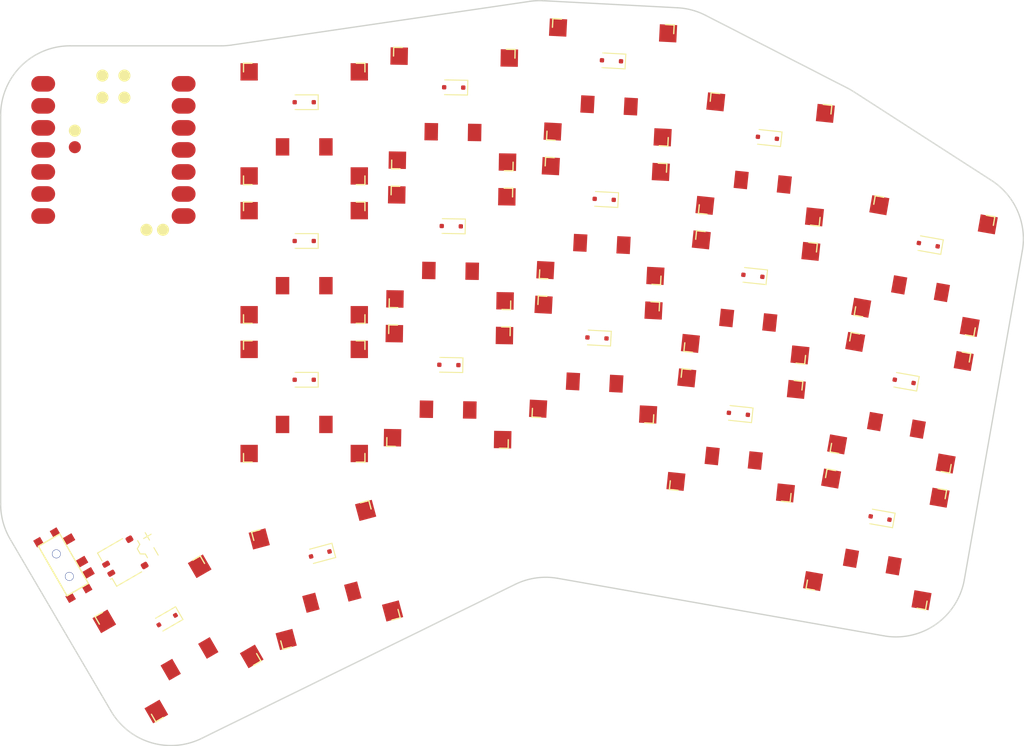
<source format=kicad_pcb>
(kicad_pcb (version 20171130) (host pcbnew 5.1.6)
  (title_block (title "splave-ferris_pg1316s_right_unrouted") (rev "v1.0.0") (company "Unknown"))
  (layers (0 F.Cu signal) (31 B.Cu signal) (34 B.Paste user) (35 F.Paste user) (36 B.SilkS user) (37 F.SilkS user) (38 B.Mask user) (39 F.Mask user) (44 Edge.Cuts user))
  (net 0 "")
  (net 1 "D3")
  (net 2 "mirror_pinky_bottom")
  (net 3 "mirror_pinky_home")
  (net 4 "mirror_pinky_top")
  (net 5 "D5")
  (net 6 "mirror_ring_bottom")
  (net 7 "mirror_ring_home")
  (net 8 "mirror_ring_top")
  (net 9 "D9")
  (net 10 "mirror_middle_bottom")
  (net 11 "mirror_middle_home")
  (net 12 "mirror_middle_top")
  (net 13 "D2")
  (net 14 "mirror_index_bottom")
  (net 15 "mirror_index_home")
  (net 16 "mirror_index_top")
  (net 17 "D1")
  (net 18 "mirror_inner_bottom")
  (net 19 "mirror_inner_home")
  (net 20 "mirror_inner_top")
  (net 21 "mirror_near_fan")
  (net 22 "mirror_far_fan")
  (net 23 "D4")
  (net 24 "D8")
  (net 25 "D10")
  (net 26 "D0")
  (net 27 "D6")
  (net 28 "D7")
  (net 29 "RAW3V3")
  (net 30 "RAW5V")
  (net 31 "CLK")
  (net 32 "DIO")
  (net 33 "GND")
  (net 34 "RST")
  (net 35 "BAT")
  (net 36 "NFC1")
  (net 37 "NFC2")
  (net 38 "BAT_P")
  (module PG1316S (layer F.Cu) (at 315.5892585 143.6773863 -10)
    (fp_text reference "S1" hide)
    (fp_text value "" hide)
    (fp_line (start -7 -6) (end -7 -7) (layer F.SilkS) (width 0.15))
    (fp_line (start -7 7) (end -6 7) (layer F.SilkS) (width 0.15))
    (fp_line (start -6 -7) (end -7 -7) (layer F.SilkS) (width 0.15))
    (fp_line (start -7 7) (end -7 6) (layer F.SilkS) (width 0.15))
    (fp_line (start 7 6) (end 7 7) (layer F.SilkS) (width 0.15))
    (fp_line (start 7 -7) (end 6 -7) (layer F.SilkS) (width 0.15))
    (fp_line (start 6 7) (end 7 7) (layer F.SilkS) (width 0.15))
    (fp_line (start 7 -7) (end 7 -6) (layer F.SilkS) (width 0.15))
    (pad "1" smd rect (at -2.5 2.65 -10) (size 1.55 2) (layers "F.Cu" "F.Paste" "F.Mask") (net 2 "mirror_pinky_bottom"))
    (pad "2" smd rect (at 2.5 2.65 -10) (size 1.55 2) (layers "F.Cu" "F.Paste" "F.Mask") (net 1 "D3"))
    (pad "MP" smd rect (at -6.35 -6 -10) (size 2 2) (layers "F.Cu" "F.Paste" "F.Mask"))
    (pad "MP" smd rect (at -6.35 6 -10) (size 2 2) (layers "F.Cu" "F.Paste" "F.Mask"))
    (pad "MP" smd rect (at 6.35 -6 -10) (size 2 2) (layers "F.Cu" "F.Paste" "F.Mask"))
    (pad "MP" smd rect (at 6.35 6 -10) (size 2 2) (layers "F.Cu" "F.Paste" "F.Mask"))
  )
  (module PG1316S (layer F.Cu) (at 318.36762940000006 127.9204622 -10)
    (fp_text reference "S2" hide)
    (fp_text value "" hide)
    (fp_line (start -7 -6) (end -7 -7) (layer F.SilkS) (width 0.15))
    (fp_line (start -7 7) (end -6 7) (layer F.SilkS) (width 0.15))
    (fp_line (start -6 -7) (end -7 -7) (layer F.SilkS) (width 0.15))
    (fp_line (start -7 7) (end -7 6) (layer F.SilkS) (width 0.15))
    (fp_line (start 7 6) (end 7 7) (layer F.SilkS) (width 0.15))
    (fp_line (start 7 -7) (end 6 -7) (layer F.SilkS) (width 0.15))
    (fp_line (start 6 7) (end 7 7) (layer F.SilkS) (width 0.15))
    (fp_line (start 7 -7) (end 7 -6) (layer F.SilkS) (width 0.15))
    (pad "1" smd rect (at -2.5 2.65 -10) (size 1.55 2) (layers "F.Cu" "F.Paste" "F.Mask") (net 3 "mirror_pinky_home"))
    (pad "2" smd rect (at 2.5 2.65 -10) (size 1.55 2) (layers "F.Cu" "F.Paste" "F.Mask") (net 1 "D3"))
    (pad "MP" smd rect (at -6.35 -6 -10) (size 2 2) (layers "F.Cu" "F.Paste" "F.Mask"))
    (pad "MP" smd rect (at -6.35 6 -10) (size 2 2) (layers "F.Cu" "F.Paste" "F.Mask"))
    (pad "MP" smd rect (at 6.35 -6 -10) (size 2 2) (layers "F.Cu" "F.Paste" "F.Mask"))
    (pad "MP" smd rect (at 6.35 6 -10) (size 2 2) (layers "F.Cu" "F.Paste" "F.Mask"))
  )
  (module PG1316S (layer F.Cu) (at 321.1460002 112.1635382 -10)
    (fp_text reference "S3" hide)
    (fp_text value "" hide)
    (fp_line (start -7 -6) (end -7 -7) (layer F.SilkS) (width 0.15))
    (fp_line (start -7 7) (end -6 7) (layer F.SilkS) (width 0.15))
    (fp_line (start -6 -7) (end -7 -7) (layer F.SilkS) (width 0.15))
    (fp_line (start -7 7) (end -7 6) (layer F.SilkS) (width 0.15))
    (fp_line (start 7 6) (end 7 7) (layer F.SilkS) (width 0.15))
    (fp_line (start 7 -7) (end 6 -7) (layer F.SilkS) (width 0.15))
    (fp_line (start 6 7) (end 7 7) (layer F.SilkS) (width 0.15))
    (fp_line (start 7 -7) (end 7 -6) (layer F.SilkS) (width 0.15))
    (pad "1" smd rect (at -2.5 2.65 -10) (size 1.55 2) (layers "F.Cu" "F.Paste" "F.Mask") (net 4 "mirror_pinky_top"))
    (pad "2" smd rect (at 2.5 2.65 -10) (size 1.55 2) (layers "F.Cu" "F.Paste" "F.Mask") (net 1 "D3"))
    (pad "MP" smd rect (at -6.35 -6 -10) (size 2 2) (layers "F.Cu" "F.Paste" "F.Mask"))
    (pad "MP" smd rect (at -6.35 6 -10) (size 2 2) (layers "F.Cu" "F.Paste" "F.Mask"))
    (pad "MP" smd rect (at 6.35 -6 -10) (size 2 2) (layers "F.Cu" "F.Paste" "F.Mask"))
    (pad "MP" smd rect (at 6.35 6 -10) (size 2 2) (layers "F.Cu" "F.Paste" "F.Mask"))
  )
  (module PG1316S (layer F.Cu) (at 299.4255526 131.6884493 -6)
    (fp_text reference "S4" hide)
    (fp_text value "" hide)
    (fp_line (start -7 -6) (end -7 -7) (layer F.SilkS) (width 0.15))
    (fp_line (start -7 7) (end -6 7) (layer F.SilkS) (width 0.15))
    (fp_line (start -6 -7) (end -7 -7) (layer F.SilkS) (width 0.15))
    (fp_line (start -7 7) (end -7 6) (layer F.SilkS) (width 0.15))
    (fp_line (start 7 6) (end 7 7) (layer F.SilkS) (width 0.15))
    (fp_line (start 7 -7) (end 6 -7) (layer F.SilkS) (width 0.15))
    (fp_line (start 6 7) (end 7 7) (layer F.SilkS) (width 0.15))
    (fp_line (start 7 -7) (end 7 -6) (layer F.SilkS) (width 0.15))
    (pad "1" smd rect (at -2.5 2.65 -6) (size 1.55 2) (layers "F.Cu" "F.Paste" "F.Mask") (net 6 "mirror_ring_bottom"))
    (pad "2" smd rect (at 2.5 2.65 -6) (size 1.55 2) (layers "F.Cu" "F.Paste" "F.Mask") (net 5 "D5"))
    (pad "MP" smd rect (at -6.35 -6 -6) (size 2 2) (layers "F.Cu" "F.Paste" "F.Mask"))
    (pad "MP" smd rect (at -6.35 6 -6) (size 2 2) (layers "F.Cu" "F.Paste" "F.Mask"))
    (pad "MP" smd rect (at 6.35 -6 -6) (size 2 2) (layers "F.Cu" "F.Paste" "F.Mask"))
    (pad "MP" smd rect (at 6.35 6 -6) (size 2 2) (layers "F.Cu" "F.Paste" "F.Mask"))
  )
  (module PG1316S (layer F.Cu) (at 301.09800800000005 115.776099 -6)
    (fp_text reference "S5" hide)
    (fp_text value "" hide)
    (fp_line (start -7 -6) (end -7 -7) (layer F.SilkS) (width 0.15))
    (fp_line (start -7 7) (end -6 7) (layer F.SilkS) (width 0.15))
    (fp_line (start -6 -7) (end -7 -7) (layer F.SilkS) (width 0.15))
    (fp_line (start -7 7) (end -7 6) (layer F.SilkS) (width 0.15))
    (fp_line (start 7 6) (end 7 7) (layer F.SilkS) (width 0.15))
    (fp_line (start 7 -7) (end 6 -7) (layer F.SilkS) (width 0.15))
    (fp_line (start 6 7) (end 7 7) (layer F.SilkS) (width 0.15))
    (fp_line (start 7 -7) (end 7 -6) (layer F.SilkS) (width 0.15))
    (pad "1" smd rect (at -2.5 2.65 -6) (size 1.55 2) (layers "F.Cu" "F.Paste" "F.Mask") (net 7 "mirror_ring_home"))
    (pad "2" smd rect (at 2.5 2.65 -6) (size 1.55 2) (layers "F.Cu" "F.Paste" "F.Mask") (net 5 "D5"))
    (pad "MP" smd rect (at -6.35 -6 -6) (size 2 2) (layers "F.Cu" "F.Paste" "F.Mask"))
    (pad "MP" smd rect (at -6.35 6 -6) (size 2 2) (layers "F.Cu" "F.Paste" "F.Mask"))
    (pad "MP" smd rect (at 6.35 -6 -6) (size 2 2) (layers "F.Cu" "F.Paste" "F.Mask"))
    (pad "MP" smd rect (at 6.35 6 -6) (size 2 2) (layers "F.Cu" "F.Paste" "F.Mask"))
  )
  (module PG1316S (layer F.Cu) (at 302.77046340000004 99.8637486 -6)
    (fp_text reference "S6" hide)
    (fp_text value "" hide)
    (fp_line (start -7 -6) (end -7 -7) (layer F.SilkS) (width 0.15))
    (fp_line (start -7 7) (end -6 7) (layer F.SilkS) (width 0.15))
    (fp_line (start -6 -7) (end -7 -7) (layer F.SilkS) (width 0.15))
    (fp_line (start -7 7) (end -7 6) (layer F.SilkS) (width 0.15))
    (fp_line (start 7 6) (end 7 7) (layer F.SilkS) (width 0.15))
    (fp_line (start 7 -7) (end 6 -7) (layer F.SilkS) (width 0.15))
    (fp_line (start 6 7) (end 7 7) (layer F.SilkS) (width 0.15))
    (fp_line (start 7 -7) (end 7 -6) (layer F.SilkS) (width 0.15))
    (pad "1" smd rect (at -2.5 2.65 -6) (size 1.55 2) (layers "F.Cu" "F.Paste" "F.Mask") (net 8 "mirror_ring_top"))
    (pad "2" smd rect (at 2.5 2.65 -6) (size 1.55 2) (layers "F.Cu" "F.Paste" "F.Mask") (net 5 "D5"))
    (pad "MP" smd rect (at -6.35 -6 -6) (size 2 2) (layers "F.Cu" "F.Paste" "F.Mask"))
    (pad "MP" smd rect (at -6.35 6 -6) (size 2 2) (layers "F.Cu" "F.Paste" "F.Mask"))
    (pad "MP" smd rect (at 6.35 -6 -6) (size 2 2) (layers "F.Cu" "F.Paste" "F.Mask"))
    (pad "MP" smd rect (at 6.35 6 -6) (size 2 2) (layers "F.Cu" "F.Paste" "F.Mask"))
  )
  (module PG1316S (layer F.Cu) (at 283.25037960000003 122.9498121 -3)
    (fp_text reference "S7" hide)
    (fp_text value "" hide)
    (fp_line (start -7 -6) (end -7 -7) (layer F.SilkS) (width 0.15))
    (fp_line (start -7 7) (end -6 7) (layer F.SilkS) (width 0.15))
    (fp_line (start -6 -7) (end -7 -7) (layer F.SilkS) (width 0.15))
    (fp_line (start -7 7) (end -7 6) (layer F.SilkS) (width 0.15))
    (fp_line (start 7 6) (end 7 7) (layer F.SilkS) (width 0.15))
    (fp_line (start 7 -7) (end 6 -7) (layer F.SilkS) (width 0.15))
    (fp_line (start 6 7) (end 7 7) (layer F.SilkS) (width 0.15))
    (fp_line (start 7 -7) (end 7 -6) (layer F.SilkS) (width 0.15))
    (pad "1" smd rect (at -2.5 2.65 -3) (size 1.55 2) (layers "F.Cu" "F.Paste" "F.Mask") (net 10 "mirror_middle_bottom"))
    (pad "2" smd rect (at 2.5 2.65 -3) (size 1.55 2) (layers "F.Cu" "F.Paste" "F.Mask") (net 9 "D9"))
    (pad "MP" smd rect (at -6.35 -6 -3) (size 2 2) (layers "F.Cu" "F.Paste" "F.Mask"))
    (pad "MP" smd rect (at -6.35 6 -3) (size 2 2) (layers "F.Cu" "F.Paste" "F.Mask"))
    (pad "MP" smd rect (at 6.35 -6 -3) (size 2 2) (layers "F.Cu" "F.Paste" "F.Mask"))
    (pad "MP" smd rect (at 6.35 6 -3) (size 2 2) (layers "F.Cu" "F.Paste" "F.Mask"))
  )
  (module PG1316S (layer F.Cu) (at 284.08775490000005 106.9717396 -3)
    (fp_text reference "S8" hide)
    (fp_text value "" hide)
    (fp_line (start -7 -6) (end -7 -7) (layer F.SilkS) (width 0.15))
    (fp_line (start -7 7) (end -6 7) (layer F.SilkS) (width 0.15))
    (fp_line (start -6 -7) (end -7 -7) (layer F.SilkS) (width 0.15))
    (fp_line (start -7 7) (end -7 6) (layer F.SilkS) (width 0.15))
    (fp_line (start 7 6) (end 7 7) (layer F.SilkS) (width 0.15))
    (fp_line (start 7 -7) (end 6 -7) (layer F.SilkS) (width 0.15))
    (fp_line (start 6 7) (end 7 7) (layer F.SilkS) (width 0.15))
    (fp_line (start 7 -7) (end 7 -6) (layer F.SilkS) (width 0.15))
    (pad "1" smd rect (at -2.5 2.65 -3) (size 1.55 2) (layers "F.Cu" "F.Paste" "F.Mask") (net 11 "mirror_middle_home"))
    (pad "2" smd rect (at 2.5 2.65 -3) (size 1.55 2) (layers "F.Cu" "F.Paste" "F.Mask") (net 9 "D9"))
    (pad "MP" smd rect (at -6.35 -6 -3) (size 2 2) (layers "F.Cu" "F.Paste" "F.Mask"))
    (pad "MP" smd rect (at -6.35 6 -3) (size 2 2) (layers "F.Cu" "F.Paste" "F.Mask"))
    (pad "MP" smd rect (at 6.35 -6 -3) (size 2 2) (layers "F.Cu" "F.Paste" "F.Mask"))
    (pad "MP" smd rect (at 6.35 6 -3) (size 2 2) (layers "F.Cu" "F.Paste" "F.Mask"))
  )
  (module PG1316S (layer F.Cu) (at 284.92513010000005 90.9936671 -3)
    (fp_text reference "S9" hide)
    (fp_text value "" hide)
    (fp_line (start -7 -6) (end -7 -7) (layer F.SilkS) (width 0.15))
    (fp_line (start -7 7) (end -6 7) (layer F.SilkS) (width 0.15))
    (fp_line (start -6 -7) (end -7 -7) (layer F.SilkS) (width 0.15))
    (fp_line (start -7 7) (end -7 6) (layer F.SilkS) (width 0.15))
    (fp_line (start 7 6) (end 7 7) (layer F.SilkS) (width 0.15))
    (fp_line (start 7 -7) (end 6 -7) (layer F.SilkS) (width 0.15))
    (fp_line (start 6 7) (end 7 7) (layer F.SilkS) (width 0.15))
    (fp_line (start 7 -7) (end 7 -6) (layer F.SilkS) (width 0.15))
    (pad "1" smd rect (at -2.5 2.65 -3) (size 1.55 2) (layers "F.Cu" "F.Paste" "F.Mask") (net 12 "mirror_middle_top"))
    (pad "2" smd rect (at 2.5 2.65 -3) (size 1.55 2) (layers "F.Cu" "F.Paste" "F.Mask") (net 9 "D9"))
    (pad "MP" smd rect (at -6.35 -6 -3) (size 2 2) (layers "F.Cu" "F.Paste" "F.Mask"))
    (pad "MP" smd rect (at -6.35 6 -3) (size 2 2) (layers "F.Cu" "F.Paste" "F.Mask"))
    (pad "MP" smd rect (at 6.35 -6 -3) (size 2 2) (layers "F.Cu" "F.Paste" "F.Mask"))
    (pad "MP" smd rect (at 6.35 6 -3) (size 2 2) (layers "F.Cu" "F.Paste" "F.Mask"))
  )
  (module PG1316S (layer F.Cu) (at 266.2640596 126.0650863 -1)
    (fp_text reference "S10" hide)
    (fp_text value "" hide)
    (fp_line (start -7 -6) (end -7 -7) (layer F.SilkS) (width 0.15))
    (fp_line (start -7 7) (end -6 7) (layer F.SilkS) (width 0.15))
    (fp_line (start -6 -7) (end -7 -7) (layer F.SilkS) (width 0.15))
    (fp_line (start -7 7) (end -7 6) (layer F.SilkS) (width 0.15))
    (fp_line (start 7 6) (end 7 7) (layer F.SilkS) (width 0.15))
    (fp_line (start 7 -7) (end 6 -7) (layer F.SilkS) (width 0.15))
    (fp_line (start 6 7) (end 7 7) (layer F.SilkS) (width 0.15))
    (fp_line (start 7 -7) (end 7 -6) (layer F.SilkS) (width 0.15))
    (pad "1" smd rect (at -2.5 2.65 -1) (size 1.55 2) (layers "F.Cu" "F.Paste" "F.Mask") (net 14 "mirror_index_bottom"))
    (pad "2" smd rect (at 2.5 2.65 -1) (size 1.55 2) (layers "F.Cu" "F.Paste" "F.Mask") (net 13 "D2"))
    (pad "MP" smd rect (at -6.35 -6 -1) (size 2 2) (layers "F.Cu" "F.Paste" "F.Mask"))
    (pad "MP" smd rect (at -6.35 6 -1) (size 2 2) (layers "F.Cu" "F.Paste" "F.Mask"))
    (pad "MP" smd rect (at 6.35 -6 -1) (size 2 2) (layers "F.Cu" "F.Paste" "F.Mask"))
    (pad "MP" smd rect (at 6.35 6 -1) (size 2 2) (layers "F.Cu" "F.Paste" "F.Mask"))
  )
  (module PG1316S (layer F.Cu) (at 266.5432982 110.0675232 -1)
    (fp_text reference "S11" hide)
    (fp_text value "" hide)
    (fp_line (start -7 -6) (end -7 -7) (layer F.SilkS) (width 0.15))
    (fp_line (start -7 7) (end -6 7) (layer F.SilkS) (width 0.15))
    (fp_line (start -6 -7) (end -7 -7) (layer F.SilkS) (width 0.15))
    (fp_line (start -7 7) (end -7 6) (layer F.SilkS) (width 0.15))
    (fp_line (start 7 6) (end 7 7) (layer F.SilkS) (width 0.15))
    (fp_line (start 7 -7) (end 6 -7) (layer F.SilkS) (width 0.15))
    (fp_line (start 6 7) (end 7 7) (layer F.SilkS) (width 0.15))
    (fp_line (start 7 -7) (end 7 -6) (layer F.SilkS) (width 0.15))
    (pad "1" smd rect (at -2.5 2.65 -1) (size 1.55 2) (layers "F.Cu" "F.Paste" "F.Mask") (net 15 "mirror_index_home"))
    (pad "2" smd rect (at 2.5 2.65 -1) (size 1.55 2) (layers "F.Cu" "F.Paste" "F.Mask") (net 13 "D2"))
    (pad "MP" smd rect (at -6.35 -6 -1) (size 2 2) (layers "F.Cu" "F.Paste" "F.Mask"))
    (pad "MP" smd rect (at -6.35 6 -1) (size 2 2) (layers "F.Cu" "F.Paste" "F.Mask"))
    (pad "MP" smd rect (at 6.35 -6 -1) (size 2 2) (layers "F.Cu" "F.Paste" "F.Mask"))
    (pad "MP" smd rect (at 6.35 6 -1) (size 2 2) (layers "F.Cu" "F.Paste" "F.Mask"))
  )
  (module PG1316S (layer F.Cu) (at 266.8225367 94.0699601 -1)
    (fp_text reference "S12" hide)
    (fp_text value "" hide)
    (fp_line (start -7 -6) (end -7 -7) (layer F.SilkS) (width 0.15))
    (fp_line (start -7 7) (end -6 7) (layer F.SilkS) (width 0.15))
    (fp_line (start -6 -7) (end -7 -7) (layer F.SilkS) (width 0.15))
    (fp_line (start -7 7) (end -7 6) (layer F.SilkS) (width 0.15))
    (fp_line (start 7 6) (end 7 7) (layer F.SilkS) (width 0.15))
    (fp_line (start 7 -7) (end 6 -7) (layer F.SilkS) (width 0.15))
    (fp_line (start 6 7) (end 7 7) (layer F.SilkS) (width 0.15))
    (fp_line (start 7 -7) (end 7 -6) (layer F.SilkS) (width 0.15))
    (pad "1" smd rect (at -2.5 2.65 -1) (size 1.55 2) (layers "F.Cu" "F.Paste" "F.Mask") (net 16 "mirror_index_top"))
    (pad "2" smd rect (at 2.5 2.65 -1) (size 1.55 2) (layers "F.Cu" "F.Paste" "F.Mask") (net 13 "D2"))
    (pad "MP" smd rect (at -6.35 -6 -1) (size 2 2) (layers "F.Cu" "F.Paste" "F.Mask"))
    (pad "MP" smd rect (at -6.35 6 -1) (size 2 2) (layers "F.Cu" "F.Paste" "F.Mask"))
    (pad "MP" smd rect (at 6.35 -6 -1) (size 2 2) (layers "F.Cu" "F.Paste" "F.Mask"))
    (pad "MP" smd rect (at 6.35 6 -1) (size 2 2) (layers "F.Cu" "F.Paste" "F.Mask"))
  )
  (module PG1316S (layer F.Cu) (at 249.631683 127.7750717 0)
    (fp_text reference "S13" hide)
    (fp_text value "" hide)
    (fp_line (start -7 -6) (end -7 -7) (layer F.SilkS) (width 0.15))
    (fp_line (start -7 7) (end -6 7) (layer F.SilkS) (width 0.15))
    (fp_line (start -6 -7) (end -7 -7) (layer F.SilkS) (width 0.15))
    (fp_line (start -7 7) (end -7 6) (layer F.SilkS) (width 0.15))
    (fp_line (start 7 6) (end 7 7) (layer F.SilkS) (width 0.15))
    (fp_line (start 7 -7) (end 6 -7) (layer F.SilkS) (width 0.15))
    (fp_line (start 6 7) (end 7 7) (layer F.SilkS) (width 0.15))
    (fp_line (start 7 -7) (end 7 -6) (layer F.SilkS) (width 0.15))
    (pad "1" smd rect (at -2.5 2.65 0) (size 1.55 2) (layers "F.Cu" "F.Paste" "F.Mask") (net 18 "mirror_inner_bottom"))
    (pad "2" smd rect (at 2.5 2.65 0) (size 1.55 2) (layers "F.Cu" "F.Paste" "F.Mask") (net 17 "D1"))
    (pad "MP" smd rect (at -6.35 -6 0) (size 2 2) (layers "F.Cu" "F.Paste" "F.Mask"))
    (pad "MP" smd rect (at -6.35 6 0) (size 2 2) (layers "F.Cu" "F.Paste" "F.Mask"))
    (pad "MP" smd rect (at 6.35 -6 0) (size 2 2) (layers "F.Cu" "F.Paste" "F.Mask"))
    (pad "MP" smd rect (at 6.35 6 0) (size 2 2) (layers "F.Cu" "F.Paste" "F.Mask"))
  )
  (module PG1316S (layer F.Cu) (at 249.631683 111.7750717 0)
    (fp_text reference "S14" hide)
    (fp_text value "" hide)
    (fp_line (start -7 -6) (end -7 -7) (layer F.SilkS) (width 0.15))
    (fp_line (start -7 7) (end -6 7) (layer F.SilkS) (width 0.15))
    (fp_line (start -6 -7) (end -7 -7) (layer F.SilkS) (width 0.15))
    (fp_line (start -7 7) (end -7 6) (layer F.SilkS) (width 0.15))
    (fp_line (start 7 6) (end 7 7) (layer F.SilkS) (width 0.15))
    (fp_line (start 7 -7) (end 6 -7) (layer F.SilkS) (width 0.15))
    (fp_line (start 6 7) (end 7 7) (layer F.SilkS) (width 0.15))
    (fp_line (start 7 -7) (end 7 -6) (layer F.SilkS) (width 0.15))
    (pad "1" smd rect (at -2.5 2.65 0) (size 1.55 2) (layers "F.Cu" "F.Paste" "F.Mask") (net 19 "mirror_inner_home"))
    (pad "2" smd rect (at 2.5 2.65 0) (size 1.55 2) (layers "F.Cu" "F.Paste" "F.Mask") (net 17 "D1"))
    (pad "MP" smd rect (at -6.35 -6 0) (size 2 2) (layers "F.Cu" "F.Paste" "F.Mask"))
    (pad "MP" smd rect (at -6.35 6 0) (size 2 2) (layers "F.Cu" "F.Paste" "F.Mask"))
    (pad "MP" smd rect (at 6.35 -6 0) (size 2 2) (layers "F.Cu" "F.Paste" "F.Mask"))
    (pad "MP" smd rect (at 6.35 6 0) (size 2 2) (layers "F.Cu" "F.Paste" "F.Mask"))
  )
  (module PG1316S (layer F.Cu) (at 249.63168310000003 95.7750718 0)
    (fp_text reference "S15" hide)
    (fp_text value "" hide)
    (fp_line (start -7 -6) (end -7 -7) (layer F.SilkS) (width 0.15))
    (fp_line (start -7 7) (end -6 7) (layer F.SilkS) (width 0.15))
    (fp_line (start -6 -7) (end -7 -7) (layer F.SilkS) (width 0.15))
    (fp_line (start -7 7) (end -7 6) (layer F.SilkS) (width 0.15))
    (fp_line (start 7 6) (end 7 7) (layer F.SilkS) (width 0.15))
    (fp_line (start 7 -7) (end 6 -7) (layer F.SilkS) (width 0.15))
    (fp_line (start 6 7) (end 7 7) (layer F.SilkS) (width 0.15))
    (fp_line (start 7 -7) (end 7 -6) (layer F.SilkS) (width 0.15))
    (pad "1" smd rect (at -2.5 2.65 0) (size 1.55 2) (layers "F.Cu" "F.Paste" "F.Mask") (net 20 "mirror_inner_top"))
    (pad "2" smd rect (at 2.5 2.65 0) (size 1.55 2) (layers "F.Cu" "F.Paste" "F.Mask") (net 17 "D1"))
    (pad "MP" smd rect (at -6.35 -6 0) (size 2 2) (layers "F.Cu" "F.Paste" "F.Mask"))
    (pad "MP" smd rect (at -6.35 6 0) (size 2 2) (layers "F.Cu" "F.Paste" "F.Mask"))
    (pad "MP" smd rect (at 6.35 -6 0) (size 2 2) (layers "F.Cu" "F.Paste" "F.Mask"))
    (pad "MP" smd rect (at 6.35 6 0) (size 2 2) (layers "F.Cu" "F.Paste" "F.Mask"))
  )
  (module PG1316S (layer F.Cu) (at 252.131683 147.7750717 15)
    (fp_text reference "S16" hide)
    (fp_text value "" hide)
    (fp_line (start -7 -6) (end -7 -7) (layer F.SilkS) (width 0.15))
    (fp_line (start -7 7) (end -6 7) (layer F.SilkS) (width 0.15))
    (fp_line (start -6 -7) (end -7 -7) (layer F.SilkS) (width 0.15))
    (fp_line (start -7 7) (end -7 6) (layer F.SilkS) (width 0.15))
    (fp_line (start 7 6) (end 7 7) (layer F.SilkS) (width 0.15))
    (fp_line (start 7 -7) (end 6 -7) (layer F.SilkS) (width 0.15))
    (fp_line (start 6 7) (end 7 7) (layer F.SilkS) (width 0.15))
    (fp_line (start 7 -7) (end 7 -6) (layer F.SilkS) (width 0.15))
    (pad "1" smd rect (at -2.5 2.65 15) (size 1.55 2) (layers "F.Cu" "F.Paste" "F.Mask") (net 21 "mirror_near_fan"))
    (pad "2" smd rect (at 2.5 2.65 15) (size 1.55 2) (layers "F.Cu" "F.Paste" "F.Mask") (net 13 "D2"))
    (pad "MP" smd rect (at -6.35 -6 15) (size 2 2) (layers "F.Cu" "F.Paste" "F.Mask"))
    (pad "MP" smd rect (at -6.35 6 15) (size 2 2) (layers "F.Cu" "F.Paste" "F.Mask"))
    (pad "MP" smd rect (at 6.35 -6 15) (size 2 2) (layers "F.Cu" "F.Paste" "F.Mask"))
    (pad "MP" smd rect (at 6.35 6 15) (size 2 2) (layers "F.Cu" "F.Paste" "F.Mask"))
  )
  (module PG1316S (layer F.Cu) (at 235.0787936 155.1482271 30)
    (fp_text reference "S17" hide)
    (fp_text value "" hide)
    (fp_line (start -7 -6) (end -7 -7) (layer F.SilkS) (width 0.15))
    (fp_line (start -7 7) (end -6 7) (layer F.SilkS) (width 0.15))
    (fp_line (start -6 -7) (end -7 -7) (layer F.SilkS) (width 0.15))
    (fp_line (start -7 7) (end -7 6) (layer F.SilkS) (width 0.15))
    (fp_line (start 7 6) (end 7 7) (layer F.SilkS) (width 0.15))
    (fp_line (start 7 -7) (end 6 -7) (layer F.SilkS) (width 0.15))
    (fp_line (start 6 7) (end 7 7) (layer F.SilkS) (width 0.15))
    (fp_line (start 7 -7) (end 7 -6) (layer F.SilkS) (width 0.15))
    (pad "1" smd rect (at -2.5 2.65 30) (size 1.55 2) (layers "F.Cu" "F.Paste" "F.Mask") (net 22 "mirror_far_fan"))
    (pad "2" smd rect (at 2.5 2.65 30) (size 1.55 2) (layers "F.Cu" "F.Paste" "F.Mask") (net 17 "D1"))
    (pad "MP" smd rect (at -6.35 -6 30) (size 2 2) (layers "F.Cu" "F.Paste" "F.Mask"))
    (pad "MP" smd rect (at -6.35 6 30) (size 2 2) (layers "F.Cu" "F.Paste" "F.Mask"))
    (pad "MP" smd rect (at 6.35 -6 30) (size 2 2) (layers "F.Cu" "F.Paste" "F.Mask"))
    (pad "MP" smd rect (at 6.35 6 30) (size 2 2) (layers "F.Cu" "F.Paste" "F.Mask"))
  )
  (footprint "D_SOD-323F" (at 316.0233789 141.2153669 -190) (layer F.Cu)
    (property "Reference" "D1" hide)
    (pad "1" smd roundrect (at -1.1 0 -190) (size 0.5 0.5) (layers "F.Cu" "F.Mask" "F.Paste") (net 23 "D4"))
    (pad "2" smd roundrect (at 1.1 0 -190) (size 0.5 0.5) (layers "F.Cu" "F.Mask" "F.Paste") (net 2 "mirror_pinky_bottom"))
    (fp_line (start -1.61 -0.85) (end -1.61 0.85) (stroke (width 0.12)) (layer F.SilkS))
    (fp_line (start -1.61 -0.85) (end 1.05 -0.85) (stroke (width 0.12)) (layer F.SilkS))
    (fp_line (start -1.61 0.85) (end 1.05 0.85) (stroke (width 0.12)) (layer F.SilkS))
  )
  (footprint "D_SOD-323F" (at 318.80174980000004 125.4584428 -190) (layer F.Cu)
    (property "Reference" "D2" hide)
    (pad "1" smd roundrect (at -1.1 0 -190) (size 0.5 0.5) (layers "F.Cu" "F.Mask" "F.Paste") (net 24 "D8"))
    (pad "2" smd roundrect (at 1.1 0 -190) (size 0.5 0.5) (layers "F.Cu" "F.Mask" "F.Paste") (net 3 "mirror_pinky_home"))
    (fp_line (start -1.61 -0.85) (end -1.61 0.85) (stroke (width 0.12)) (layer F.SilkS))
    (fp_line (start -1.61 -0.85) (end 1.05 -0.85) (stroke (width 0.12)) (layer F.SilkS))
    (fp_line (start -1.61 0.85) (end 1.05 0.85) (stroke (width 0.12)) (layer F.SilkS))
  )
  (footprint "D_SOD-323F" (at 321.5801206 109.7015188 -190) (layer F.Cu)
    (property "Reference" "D3" hide)
    (pad "1" smd roundrect (at -1.1 0 -190) (size 0.5 0.5) (layers "F.Cu" "F.Mask" "F.Paste") (net 25 "D10"))
    (pad "2" smd roundrect (at 1.1 0 -190) (size 0.5 0.5) (layers "F.Cu" "F.Mask" "F.Paste") (net 4 "mirror_pinky_top"))
    (fp_line (start -1.61 -0.85) (end -1.61 0.85) (stroke (width 0.12)) (layer F.SilkS))
    (fp_line (start -1.61 -0.85) (end 1.05 -0.85) (stroke (width 0.12)) (layer F.SilkS))
    (fp_line (start -1.61 0.85) (end 1.05 0.85) (stroke (width 0.12)) (layer F.SilkS))
  )
  (footprint "D_SOD-323F" (at 299.6868738 129.2021446 -186) (layer F.Cu)
    (property "Reference" "D4" hide)
    (pad "1" smd roundrect (at -1.1 0 -186) (size 0.5 0.5) (layers "F.Cu" "F.Mask" "F.Paste") (net 23 "D4"))
    (pad "2" smd roundrect (at 1.1 0 -186) (size 0.5 0.5) (layers "F.Cu" "F.Mask" "F.Paste") (net 6 "mirror_ring_bottom"))
    (fp_line (start -1.61 -0.85) (end -1.61 0.85) (stroke (width 0.12)) (layer F.SilkS))
    (fp_line (start -1.61 -0.85) (end 1.05 -0.85) (stroke (width 0.12)) (layer F.SilkS))
    (fp_line (start -1.61 0.85) (end 1.05 0.85) (stroke (width 0.12)) (layer F.SilkS))
  )
  (footprint "D_SOD-323F" (at 301.35932920000005 113.2897943 -186) (layer F.Cu)
    (property "Reference" "D5" hide)
    (pad "1" smd roundrect (at -1.1 0 -186) (size 0.5 0.5) (layers "F.Cu" "F.Mask" "F.Paste") (net 24 "D8"))
    (pad "2" smd roundrect (at 1.1 0 -186) (size 0.5 0.5) (layers "F.Cu" "F.Mask" "F.Paste") (net 7 "mirror_ring_home"))
    (fp_line (start -1.61 -0.85) (end -1.61 0.85) (stroke (width 0.12)) (layer F.SilkS))
    (fp_line (start -1.61 -0.85) (end 1.05 -0.85) (stroke (width 0.12)) (layer F.SilkS))
    (fp_line (start -1.61 0.85) (end 1.05 0.85) (stroke (width 0.12)) (layer F.SilkS))
  )
  (footprint "D_SOD-323F" (at 303.03178460000004 97.37744389999999 -186) (layer F.Cu)
    (property "Reference" "D6" hide)
    (pad "1" smd roundrect (at -1.1 0 -186) (size 0.5 0.5) (layers "F.Cu" "F.Mask" "F.Paste") (net 25 "D10"))
    (pad "2" smd roundrect (at 1.1 0 -186) (size 0.5 0.5) (layers "F.Cu" "F.Mask" "F.Paste") (net 8 "mirror_ring_top"))
    (fp_line (start -1.61 -0.85) (end -1.61 0.85) (stroke (width 0.12)) (layer F.SilkS))
    (fp_line (start -1.61 -0.85) (end 1.05 -0.85) (stroke (width 0.12)) (layer F.SilkS))
    (fp_line (start -1.61 0.85) (end 1.05 0.85) (stroke (width 0.12)) (layer F.SilkS))
  )
  (footprint "D_SOD-323F" (at 283.38121950000004 120.45323830000001 -183) (layer F.Cu)
    (property "Reference" "D7" hide)
    (pad "1" smd roundrect (at -1.1 0 -183) (size 0.5 0.5) (layers "F.Cu" "F.Mask" "F.Paste") (net 23 "D4"))
    (pad "2" smd roundrect (at 1.1 0 -183) (size 0.5 0.5) (layers "F.Cu" "F.Mask" "F.Paste") (net 10 "mirror_middle_bottom"))
    (fp_line (start -1.61 -0.85) (end -1.61 0.85) (stroke (width 0.12)) (layer F.SilkS))
    (fp_line (start -1.61 -0.85) (end 1.05 -0.85) (stroke (width 0.12)) (layer F.SilkS))
    (fp_line (start -1.61 0.85) (end 1.05 0.85) (stroke (width 0.12)) (layer F.SilkS))
  )
  (footprint "D_SOD-323F" (at 284.21859480000006 104.47516580000001 -183) (layer F.Cu)
    (property "Reference" "D8" hide)
    (pad "1" smd roundrect (at -1.1 0 -183) (size 0.5 0.5) (layers "F.Cu" "F.Mask" "F.Paste") (net 24 "D8"))
    (pad "2" smd roundrect (at 1.1 0 -183) (size 0.5 0.5) (layers "F.Cu" "F.Mask" "F.Paste") (net 11 "mirror_middle_home"))
    (fp_line (start -1.61 -0.85) (end -1.61 0.85) (stroke (width 0.12)) (layer F.SilkS))
    (fp_line (start -1.61 -0.85) (end 1.05 -0.85) (stroke (width 0.12)) (layer F.SilkS))
    (fp_line (start -1.61 0.85) (end 1.05 0.85) (stroke (width 0.12)) (layer F.SilkS))
  )
  (footprint "D_SOD-323F" (at 285.05597000000006 88.49709329999999 -183) (layer F.Cu)
    (property "Reference" "D9" hide)
    (pad "1" smd roundrect (at -1.1 0 -183) (size 0.5 0.5) (layers "F.Cu" "F.Mask" "F.Paste") (net 25 "D10"))
    (pad "2" smd roundrect (at 1.1 0 -183) (size 0.5 0.5) (layers "F.Cu" "F.Mask" "F.Paste") (net 12 "mirror_middle_top"))
    (fp_line (start -1.61 -0.85) (end -1.61 0.85) (stroke (width 0.12)) (layer F.SilkS))
    (fp_line (start -1.61 -0.85) (end 1.05 -0.85) (stroke (width 0.12)) (layer F.SilkS))
    (fp_line (start -1.61 0.85) (end 1.05 0.85) (stroke (width 0.12)) (layer F.SilkS))
  )
  (footprint "D_SOD-323F" (at 266.3076906 123.5654671 -181) (layer F.Cu)
    (property "Reference" "D10" hide)
    (pad "1" smd roundrect (at -1.1 0 -181) (size 0.5 0.5) (layers "F.Cu" "F.Mask" "F.Paste") (net 23 "D4"))
    (pad "2" smd roundrect (at 1.1 0 -181) (size 0.5 0.5) (layers "F.Cu" "F.Mask" "F.Paste") (net 14 "mirror_index_bottom"))
    (fp_line (start -1.61 -0.85) (end -1.61 0.85) (stroke (width 0.12)) (layer F.SilkS))
    (fp_line (start -1.61 -0.85) (end 1.05 -0.85) (stroke (width 0.12)) (layer F.SilkS))
    (fp_line (start -1.61 0.85) (end 1.05 0.85) (stroke (width 0.12)) (layer F.SilkS))
  )
  (footprint "D_SOD-323F" (at 266.5869292 107.567904 -181) (layer F.Cu)
    (property "Reference" "D11" hide)
    (pad "1" smd roundrect (at -1.1 0 -181) (size 0.5 0.5) (layers "F.Cu" "F.Mask" "F.Paste") (net 24 "D8"))
    (pad "2" smd roundrect (at 1.1 0 -181) (size 0.5 0.5) (layers "F.Cu" "F.Mask" "F.Paste") (net 15 "mirror_index_home"))
    (fp_line (start -1.61 -0.85) (end -1.61 0.85) (stroke (width 0.12)) (layer F.SilkS))
    (fp_line (start -1.61 -0.85) (end 1.05 -0.85) (stroke (width 0.12)) (layer F.SilkS))
    (fp_line (start -1.61 0.85) (end 1.05 0.85) (stroke (width 0.12)) (layer F.SilkS))
  )
  (footprint "D_SOD-323F" (at 266.8661677 91.5703409 -181) (layer F.Cu)
    (property "Reference" "D12" hide)
    (pad "1" smd roundrect (at -1.1 0 -181) (size 0.5 0.5) (layers "F.Cu" "F.Mask" "F.Paste") (net 25 "D10"))
    (pad "2" smd roundrect (at 1.1 0 -181) (size 0.5 0.5) (layers "F.Cu" "F.Mask" "F.Paste") (net 16 "mirror_index_top"))
    (fp_line (start -1.61 -0.85) (end -1.61 0.85) (stroke (width 0.12)) (layer F.SilkS))
    (fp_line (start -1.61 -0.85) (end 1.05 -0.85) (stroke (width 0.12)) (layer F.SilkS))
    (fp_line (start -1.61 0.85) (end 1.05 0.85) (stroke (width 0.12)) (layer F.SilkS))
  )
  (footprint "D_SOD-323F" (at 249.631683 125.2750717 -180) (layer F.Cu)
    (property "Reference" "D13" hide)
    (pad "1" smd roundrect (at -1.1 0 -180) (size 0.5 0.5) (layers "F.Cu" "F.Mask" "F.Paste") (net 23 "D4"))
    (pad "2" smd roundrect (at 1.1 0 -180) (size 0.5 0.5) (layers "F.Cu" "F.Mask" "F.Paste") (net 18 "mirror_inner_bottom"))
    (fp_line (start -1.61 -0.85) (end -1.61 0.85) (stroke (width 0.12)) (layer F.SilkS))
    (fp_line (start -1.61 -0.85) (end 1.05 -0.85) (stroke (width 0.12)) (layer F.SilkS))
    (fp_line (start -1.61 0.85) (end 1.05 0.85) (stroke (width 0.12)) (layer F.SilkS))
  )
  (footprint "D_SOD-323F" (at 249.631683 109.2750717 -180) (layer F.Cu)
    (property "Reference" "D14" hide)
    (pad "1" smd roundrect (at -1.1 0 -180) (size 0.5 0.5) (layers "F.Cu" "F.Mask" "F.Paste") (net 24 "D8"))
    (pad "2" smd roundrect (at 1.1 0 -180) (size 0.5 0.5) (layers "F.Cu" "F.Mask" "F.Paste") (net 19 "mirror_inner_home"))
    (fp_line (start -1.61 -0.85) (end -1.61 0.85) (stroke (width 0.12)) (layer F.SilkS))
    (fp_line (start -1.61 -0.85) (end 1.05 -0.85) (stroke (width 0.12)) (layer F.SilkS))
    (fp_line (start -1.61 0.85) (end 1.05 0.85) (stroke (width 0.12)) (layer F.SilkS))
  )
  (footprint "D_SOD-323F" (at 249.63168310000003 93.2750718 -180) (layer F.Cu)
    (property "Reference" "D15" hide)
    (pad "1" smd roundrect (at -1.1 0 -180) (size 0.5 0.5) (layers "F.Cu" "F.Mask" "F.Paste") (net 25 "D10"))
    (pad "2" smd roundrect (at 1.1 0 -180) (size 0.5 0.5) (layers "F.Cu" "F.Mask" "F.Paste") (net 20 "mirror_inner_top"))
    (fp_line (start -1.61 -0.85) (end -1.61 0.85) (stroke (width 0.12)) (layer F.SilkS))
    (fp_line (start -1.61 -0.85) (end 1.05 -0.85) (stroke (width 0.12)) (layer F.SilkS))
    (fp_line (start -1.61 0.85) (end 1.05 0.85) (stroke (width 0.12)) (layer F.SilkS))
  )
  (footprint "D_SOD-323F" (at 251.4846354 145.3602571 -165) (layer F.Cu)
    (property "Reference" "D16" hide)
    (pad "1" smd roundrect (at -1.1 0 -165) (size 0.5 0.5) (layers "F.Cu" "F.Mask" "F.Paste") (net 26 "D0"))
    (pad "2" smd roundrect (at 1.1 0 -165) (size 0.5 0.5) (layers "F.Cu" "F.Mask" "F.Paste") (net 21 "mirror_near_fan"))
    (fp_line (start -1.61 -0.85) (end -1.61 0.85) (stroke (width 0.12)) (layer F.SilkS))
    (fp_line (start -1.61 -0.85) (end 1.05 -0.85) (stroke (width 0.12)) (layer F.SilkS))
    (fp_line (start -1.61 0.85) (end 1.05 0.85) (stroke (width 0.12)) (layer F.SilkS))
  )
  (footprint "D_SOD-323F" (at 233.8287936 152.9831636 -150) (layer F.Cu)
    (property "Reference" "D17" hide)
    (pad "1" smd roundrect (at -1.1 0 -150) (size 0.5 0.5) (layers "F.Cu" "F.Mask" "F.Paste") (net 26 "D0"))
    (pad "2" smd roundrect (at 1.1 0 -150) (size 0.5 0.5) (layers "F.Cu" "F.Mask" "F.Paste") (net 22 "mirror_far_fan"))
    (fp_line (start -1.61 -0.85) (end -1.61 0.85) (stroke (width 0.12)) (layer F.SilkS))
    (fp_line (start -1.61 -0.85) (end 1.05 -0.85) (stroke (width 0.12)) (layer F.SilkS))
    (fp_line (start -1.61 0.85) (end 1.05 0.85) (stroke (width 0.12)) (layer F.SilkS))
  )
  (footprint "xiao_smd" (layer "F.Cu") (at 227.63168310000003 98.7750718 0)
    (property "Reference" "MCU1" hide)
    (pad "1" smd oval (at -7.62 -7.62 180) (size 2.75 1.8) (drill (offset 0.475 0)) (layers "F.Cu" "F.Paste" "F.Mask") (net 26 "D0"))
    (pad "2" smd oval (at -7.62 -5.08 180) (size 2.75 1.8) (drill (offset 0.475 0)) (layers "F.Cu" "F.Paste" "F.Mask") (net 17 "D1"))
    (pad "3" smd oval (at -7.62 -2.54 180) (size 2.75 1.8) (drill (offset 0.475 0)) (layers "F.Cu" "F.Paste" "F.Mask") (net 13 "D2"))
    (pad "4" smd oval (at -7.62 0 180) (size 2.75 1.8) (drill (offset 0.475 0)) (layers "F.Cu" "F.Paste" "F.Mask") (net 1 "D3"))
    (pad "5" smd oval (at -7.62 2.54 180) (size 2.75 1.8) (drill (offset 0.475 0)) (layers "F.Cu" "F.Paste" "F.Mask") (net 23 "D4"))
    (pad "6" smd oval (at -7.62 5.08 180) (size 2.75 1.8) (drill (offset 0.475 0)) (layers "F.Cu" "F.Paste" "F.Mask") (net 5 "D5"))
    (pad "7" smd oval (at -7.62 7.62 180) (size 2.75 1.8) (drill (offset 0.475 0)) (layers "F.Cu" "F.Paste" "F.Mask") (net 27 "D6"))
    (pad "8" smd oval (at 7.62 7.62 0) (size 2.75 1.8) (drill (offset 0.475 0)) (layers "F.Cu" "F.Paste" "F.Mask") (net 28 "D7"))
    (pad "9" smd oval (at 7.62 5.08 0) (size 2.75 1.8) (drill (offset 0.475 0)) (layers "F.Cu" "F.Paste" "F.Mask") (net 24 "D8"))
    (pad "10" smd oval (at 7.62 2.54 0) (size 2.75 1.8) (drill (offset 0.475 0)) (layers "F.Cu" "F.Paste" "F.Mask") (net 9 "D9"))
    (pad "11" smd oval (at 7.62 0 0) (size 2.75 1.8) (drill (offset 0.475 0)) (layers "F.Cu" "F.Paste" "F.Mask") (net 25 "D10"))
    (pad "12" smd oval (at 7.62 -2.54 0) (size 2.75 1.8) (drill (offset 0.475 0)) (layers "F.Cu" "F.Paste" "F.Mask") (net 29 "RAW3V3"))
    (pad "13" smd oval (at 7.62 -5.08 0) (size 2.75 1.8) (drill (offset 0.475 0)) (layers "F.Cu" "F.Paste" "F.Mask") (net 33 "GND"))
    (pad "14" smd oval (at 7.62 -7.62 0) (size 2.75 1.8) (drill (offset 0.475 0)) (layers "F.Cu" "F.Paste" "F.Mask") (net 30 "RAW5V"))
    (pad "15" smd circle (at -1.27 -8.572 90) (size 1.397 1.397) (drill 1.016) (layers "F.SilkS") (net 31 "CLK"))
    (pad "16" smd circle (at 1.27 -8.572 90) (size 1.397 1.397) (drill 1.016) (layers "F.SilkS") (net 32 "DIO"))
    (pad "17" smd circle (at -1.27 -6.032 90) (size 1.397 1.397) (drill 1.016) (layers "F.SilkS") (net 34 "RST"))
    (pad "18" smd circle (at 1.27 -6.032 90) (size 1.397 1.397) (drill 1.016) (layers "F.SilkS") (net 33 "GND"))
    (pad "19" smd circle (at -4.445 -0.317 180) (size 1.397 1.397) (drill 1.016) (layers "F.Cu" "F.Paste" "F.Mask") (net 35 "BAT"))
    (pad "20" smd circle (at -4.445 -2.222 180) (size 1.397 1.397) (drill 1.016) (layers "F.SilkS") (net 33 "GND"))
    (pad "21" smd circle (at 3.81 9.208 180) (size 1.397 1.397) (drill 1.016) (layers "F.SilkS") (net 36 "NFC1"))
    (pad "22" smd circle (at 5.715 9.208 180) (size 1.397 1.397) (drill 1.016) (layers "F.SilkS") (net 37 "NFC2"))
  )
  (module E73:SPDT_C128955 (layer F.Cu) (at 221.8001094 146.64887140000002 120)
    (fp_text reference "T1" hide)
    (fp_text value "" hide)
    (fp_line (start 1.95 -1.35) (end -1.95 -1.35) (layer F.SilkS) (width 0.15))
    (fp_line (start 0 -1.35) (end -3.3 -1.35) (layer F.SilkS) (width 0.15))
    (fp_line (start -3.3 -1.35) (end -3.3 1.5) (layer F.SilkS) (width 0.15))
    (fp_line (start -3.3 1.5) (end 3.3 1.5) (layer F.SilkS) (width 0.15))
    (fp_line (start 3.3 1.5) (end 3.3 -1.35) (layer F.SilkS) (width 0.15))
    (fp_line (start 0 -1.35) (end 3.3 -1.35) (layer F.SilkS) (width 0.15))
    (pad "" np_thru_hole circle (at 1.5 0) (size 1 1) (drill 0.9) (layers *.Cu *.Mask))
    (pad "" np_thru_hole circle (at -1.5 0) (size 1 1) (drill 0.9) (layers *.Cu *.Mask))
    (pad 1 smd rect (at 2.25 2.075 120) (size 0.9 1.25) (layers F.Cu F.Paste F.Mask) (net 35 "BAT"))
    (pad 2 smd rect (at -0.75 2.075 120) (size 0.9 1.25) (layers F.Cu F.Paste F.Mask) (net 38 "BAT_P"))
    (pad 3 smd rect (at -2.25 2.075 120) (size 0.9 1.25) (layers F.Cu F.Paste F.Mask))
    (pad "" smd rect (at 3.7 -1.1 120) (size 0.9 0.9) (layers F.Cu F.Paste F.Mask))
    (pad "" smd rect (at 3.7 1.1 120) (size 0.9 0.9) (layers F.Cu F.Paste F.Mask))
    (pad "" smd rect (at -3.7 1.1 120) (size 0.9 0.9) (layers F.Cu F.Paste F.Mask))
    (pad "" smd rect (at -3.7 -1.1 120) (size 0.9 0.9) (layers F.Cu F.Paste F.Mask))
  )
  (footprint "ceoloide:battery_connector_molex_pico_ezmate_1x02" (layer "F.Cu") (at 228.7127682 146.12194770000002 120)
    (property "Reference" "CONN1" hide)
    (pad "" smd roundrect (at 1.75 1.9 120) (size 0.7 0.8) (layers "F.Cu" "F.Paste" "F.Mask"))
    (pad "" smd roundrect (at -1.75 1.9 120) (size 0.7 0.8) (layers "F.Cu" "F.Paste" "F.Mask"))
    (pad "2" smd roundrect (at 0.6 -1.875 120) (size 0.6 0.85) (layers "F.Cu" "F.Paste" "F.Mask") (net 38 "BAT_P"))
    (pad "1" smd roundrect (at -0.6 -1.875 120) (size 0.6 0.85) (layers "F.Cu" "F.Paste" "F.Mask") (net 33 "GND"))
    (fp_line (start 0.5 3.85) (end 1.5 3.85) (layer "F.SilkS") (stroke (width 0.12)))
    (fp_line (start 1 4.35) (end 1 3.35) (layer "F.SilkS") (stroke (width 0.12)))
    (fp_line (start -0.5 3.85) (end -1.5 3.85) (layer "F.SilkS") (stroke (width 0.12)))
    (fp_line (start 0.64 2.63) (end 1.14 2.63) (layer "F.SilkS") (stroke (width 0.12)))
    (fp_line (start 0.34 2.13) (end 0.64 2.63) (layer "F.SilkS") (stroke (width 0.12)))
    (fp_line (start -0.34 2.13) (end 0.34 2.13) (layer "F.SilkS") (stroke (width 0.12)))
    (fp_line (start -0.64 2.63) (end -0.34 2.13) (layer "F.SilkS") (stroke (width 0.12)))
    (fp_line (start -1.16 -2.09) (end -1.16 -2.3) (layer "F.SilkS") (stroke (width 0.12)))
    (fp_line (start -2.21 -2.09) (end -1.16 -2.09) (layer "F.SilkS") (stroke (width 0.12)))
    (fp_line (start -2.21 1.24) (end -2.21 -2.09) (layer "F.SilkS") (stroke (width 0.12)))
    (fp_line (start -1.14 2.63) (end -0.64 2.63) (layer "F.SilkS") (stroke (width 0.12)))
    (fp_line (start 2.21 -2.09) (end 1.16 -2.09) (layer "F.SilkS") (stroke (width 0.12)))
    (fp_line (start 2.21 1.24) (end 2.21 -2.09) (layer "F.SilkS") (stroke (width 0.12)))
  )
  (gr_line (start 215.73076813609347 143.64927160672323) (end 227.36688340614552 163.49159813591876) (angle 90) (layer Edge.Cuts) (width 0.15))
  (gr_line (start 237.79504086933315 166.62513047647815) (end 273.9468965436489 148.8662536552646) (angle 90) (layer Edge.Cuts) (width 0.15))
  (gr_line (start 278.8633245684953 148.16822067951227) (end 316.47131979204397 154.79952495762552) (angle 90) (layer Edge.Cuts) (width 0.15))
  (gr_line (start 325.73896729546874 148.31024850533117) (end 332.42153446665844 110.41152671591885) (angle 90) (layer Edge.Cuts) (width 0.15))
  (gr_line (start 328.8750562349394 102.29672478448298) (end 312.99247589120046 92.06672162951877) (angle 90) (layer Edge.Cuts) (width 0.15))
  (gr_line (start 312.3120735815539 91.67433595411096) (end 295.9070660627432 83.25846030279631) (angle 90) (layer Edge.Cuts) (width 0.15))
  (gr_line (start 292.6741726408332 82.38742610580213) (end 277.20115775743693 81.57651976644638) (angle 90) (layer Edge.Cuts) (width 0.15))
  (gr_line (start 275.6231089942711 81.65000919577446) (end 241.2082879934234 86.69061864894447) (angle 90) (layer Edge.Cuts) (width 0.15))
  (gr_line (start 240.0489272448411 86.7750718) (end 222.63168310000003 86.7750718) (angle 90) (layer Edge.Cuts) (width 0.15))
  (gr_line (start 214.63168310000003 94.7750718) (end 214.63168310000003 139.60237494517534) (angle 90) (layer Edge.Cuts) (width 0.15))
  (gr_arc (start 234.26779837005208 159.44470147437093) (end 227.36688337005208 163.49159817437092) (angle -85.77306174898868) (layer Edge.Cuts) (width 0.15))
  (gr_arc (start 277.47413904293 156.04668265737172) (end 278.86332454293 148.1682206573717) (angle -36.16165862873589) (layer Edge.Cuts) (width 0.15))
  (gr_arc (start 317.86050531760924 146.92106297976605) (end 316.47131981760924 154.79952497976606) (angle -90.00000000000102) (layer Edge.Cuts) (width 0.15))
  (gr_arc (start 324.54307248879894 109.0223411903537) (end 332.42153448879895 110.4115266903537) (angle -67.214330197919) (layer Edge.Cuts) (width 0.15))
  (gr_arc (start 308.66049214506006 98.79233803538942) (end 312.99247594506005 92.06672163538943) (angle -5.627551507846469) (layer Edge.Cuts) (width 0.15))
  (gr_arc (start 292.2554846262493 90.37646238407473) (end 295.9070660262493 83.25846038407472) (angle -24.15811647901257) (layer Edge.Cuts) (width 0.15))
  (gr_arc (start 276.7824697428531 89.56555604471896) (end 277.20115774285307 81.57651974471896) (angle -11.332654669551331) (layer Edge.Cuts) (width 0.15))
  (gr_arc (start 240.0489272448411 78.7750718) (end 240.0489272448411 86.7750718) (angle -8.332652061677209) (layer Edge.Cuts) (width 0.15))
  (gr_arc (start 222.63168310000003 94.7750718) (end 222.63168310000003 86.7750718) (angle -90) (layer Edge.Cuts) (width 0.15))
  (gr_arc (start 222.63168310000003 139.60237494517534) (end 214.63168310000003 139.60237494517534) (angle -30.388596087092083) (layer Edge.Cuts) (width 0.15))
)
</source>
